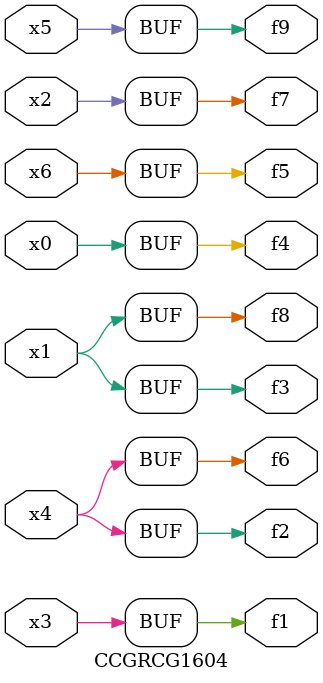
<source format=v>
module CCGRCG1604(
	input x0, x1, x2, x3, x4, x5, x6,
	output f1, f2, f3, f4, f5, f6, f7, f8, f9
);
	assign f1 = x3;
	assign f2 = x4;
	assign f3 = x1;
	assign f4 = x0;
	assign f5 = x6;
	assign f6 = x4;
	assign f7 = x2;
	assign f8 = x1;
	assign f9 = x5;
endmodule

</source>
